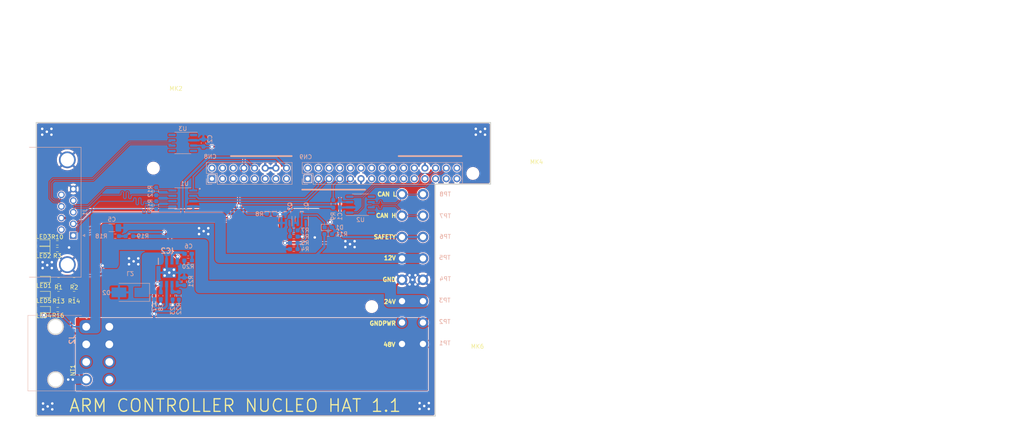
<source format=kicad_pcb>
(kicad_pcb (version 20211014) (generator pcbnew)
  (title_block (date "15 nov 2012"))
  (layers (0 "F.Cu" signal) (31 "B.Cu" signal) (34 "B.Paste" user) (35 "F.Paste" user) (36 "B.SilkS" user "B.Silkscreen") (37 "F.SilkS" user "F.Silkscreen") (38 "B.Mask" user) (39 "F.Mask" user) (44 "Edge.Cuts" user))
  (net 0 "")
  (net 1 "GND")
  (net 2 "+5V")
  (net 3 "/SAFETY")
  (net 4 "Net-(LED1-Pad1)")
  (net 5 "Net-(R1-Pad1)")
  (net 6 "Net-(LED4-Pad1)")
  (net 7 "Net-(LED5-Pad1)")
  (net 8 "GNDPWR")
  (net 9 "+48V")
  (net 10 "+12V")
  (net 11 "Net-(D1-Pad1)")
  (net 13 "Net-(LED2-Pad1)")
  (net 14 "/SEC_OUT")
  (net 15 "Net-(R13-Pad1)")
  (net 47 "+3V3")
  (net 48 "/RX")
  (net 49 "/TX")
  (net 50 "/RX-")
  (net 51 "/RX+")
  (net 52 "/TX+")
  (net 53 "/TX-")
  (net 56 "+24V")
  (net 57 "Net-(C6-Pad1)")
  (net 58 "Net-(C6-Pad2)")
  (net 59 "Net-(C7-Pad1)")
  (net 60 "Net-(C7-Pad2)")
  (net 61 "Net-(IC2-Pad4)")
  (net 62 "Net-(IC2-Pad5)")
  (net 63 "Net-(IC2-Pad6)")
  (net 64 "Net-(LED3-Pad1)")
  (net 65 "Net-(Q1-Pad1)")
  (net 66 "Net-(Q2-Pad1)")
  (net 67 "/SEC_IN")
  (net 68 "Net-(Q2-Pad3)")
  (net 69 "/CAN_TX")
  (net 70 "/CAN_RX")
  (net 73 "/CANP")
  (net 74 "/CANN")
  (net 75 "/CAN2_TX")
  (net 76 "/CAN2_RX")
  (net 78 "/CAN2N")
  (net 79 "/CAN2P")
  (footprint "footprints:R_0603_1608Metric_Pad0.98x0.95mm_HandSolder" (layer "F.Cu") (at 125.6 145.3)
    (fp_text reference "R3")
    (fp_text value "1,5k")
  )
  (footprint "footprints:R_0805_2012Metric_Pad1.20x1.40mm_HandSolder" (layer "F.Cu") (at 125.9 152.7 180)
    (fp_text reference "R1")
    (fp_text value "4.7k 5% 0,5W")
  )
  (footprint "footprints:R_0805_2012Metric_Pad1.20x1.40mm_HandSolder" (layer "F.Cu") (at 125.9 156 180)
    (fp_text reference "R13")
    (fp_text value "4.7k 5% 0,5W")
  )
  (footprint "footprints:R_0805_2012Metric_Pad1.20x1.40mm_HandSolder" (layer "F.Cu") (at 129.6 152.7 180)
    (fp_text reference "R2")
    (fp_text value "4.7k 5% 0,5W")
  )
  (footprint "footprints:D_0603_1608Metric_Pad1.05x0.95mm_HandSolder" (layer "F.Cu") (at 122.2 145.3 180)
    (fp_text reference "LED2")
    (fp_text value "RED")
  )
  (footprint "footprints:R_0603_1608Metric_Pad0.98x0.95mm_HandSolder" (layer "F.Cu") (at 125.7 159.6)
    (fp_text reference "R16")
    (fp_text value "80R")
  )
  (footprint "footprints:MountingHole_2.7mm_M2.5" (layer "F.Cu") (at 224.71 127.14)
    (fp_text reference "MK4")
    (fp_text value "M2.5")
  )
  (footprint "footprints:R_0805_2012Metric_Pad1.20x1.40mm_HandSolder" (layer "F.Cu") (at 129.6 156 180)
    (fp_text reference "R14")
    (fp_text value "4.7k 5% 0,5W")
  )
  (footprint "footprints:D_0603_1608Metric_Pad1.05x0.95mm_HandSolder" (layer "F.Cu") (at 122.3 156 180)
    (fp_text reference "LED5")
    (fp_text value "GREEN")
  )
  (footprint "footprints:D_0603_1608Metric_Pad1.05x0.95mm_HandSolder" (layer "F.Cu") (at 122.2 143.7 180)
    (fp_text reference "LED3")
    (fp_text value "GREEN")
  )
  (footprint "footprints:D_0603_1608Metric_Pad1.05x0.95mm_HandSolder" (layer "F.Cu") (at 122.3 152.4 180)
    (fp_text reference "LED1")
    (fp_text value "GREEN")
  )
  (footprint "footprints:MountingHole_2.7mm_M2.5" (layer "F.Cu") (at 148.51 125.87)
    (fp_text reference "MK2")
    (fp_text value "M2.5")
  )
  (footprint "footprints:NetTie-2_SMD_Pad0.5mm" (layer "F.Cu") (at 130.5 174.1 90)
    (fp_text reference "NT1")
    (fp_text value "NetTie_2")
  )
  (footprint "footprints:R_0603_1608Metric_Pad0.98x0.95mm_HandSolder" (layer "F.Cu") (at 125.6 143.7)
    (fp_text reference "R10")
    (fp_text value "1,1k")
  )
  (footprint "footprints:D_0603_1608Metric_Pad1.05x0.95mm_HandSolder" (layer "F.Cu") (at 122.3 159.6 180)
    (fp_text reference "LED4")
    (fp_text value "GREEN")
  )
  (footprint "footprints:MountingHole_2.7mm_M2.5" (layer "F.Cu") (at 200.58 158.89)
    (fp_text reference "MK6")
    (fp_text value "M2.5")
  )
  (footprint "ARM_NUCLEO_HAT:61-1537-11-0031" (layer "B.Cu") (at 210.3 162.7)
    (fp_text reference "TP2")
    (fp_text value "1-726388-2")
  )
  (footprint "footprints:SO-8_3.9x4.9mm_P1.27mm" (layer "B.Cu") (at 197.9 134.6)
    (fp_text reference "U2")
    (fp_text value "TCAN332G")
  )
  (footprint "footprints:R_0603_1608Metric_Pad0.98x0.95mm_HandSolder" (layer "B.Cu") (at 190.2 141.6)
    (fp_text reference "R11")
    (fp_text value "1k")
  )
  (footprint "ARM_NUCLEO_HAT:SOIC127P599X175-8N" (layer "B.Cu") (at 155.545 133.1 180)
    (fp_text reference "U1")
    (fp_text value "SN75LBC179AD")
  )
  (footprint "ARM_NUCLEO_HAT:61-1537-11-0031" (layer "B.Cu") (at 210.3 167.8)
    (fp_text reference "TP1")
    (fp_text value "1-726388-2")
  )
  (footprint "footprints:R_0603_1608Metric_Pad0.98x0.95mm_HandSolder" (layer "B.Cu") (at 191.4 134.4 90)
    (fp_text reference "R9")
    (fp_text value "100")
  )
  (footprint "footprints:C_0603_1608Metric_Pad1.08x0.95mm_HandSolder" (layer "B.Cu") (at 156.8 146.3)
    (fp_text reference "C6")
    (fp_text value "6800pF")
  )
  (footprint "footprints:C_0603_1608Metric_Pad1.08x0.95mm_HandSolder" (layer "B.Cu") (at 193 134.4 -90)
    (fp_text reference "C1")
    (fp_text value "100 nF")
  )
  (footprint "ARM_NUCLEO_HAT:61-1537-11-0031" (layer "B.Cu") (at 210.3 157.6)
    (fp_text reference "TP3")
    (fp_text value "1-726388-2")
  )
  (footprint "footprints:R_0603_1608Metric_Pad0.98x0.95mm_HandSolder" (layer "B.Cu") (at 182 143.7)
    (fp_text reference "R5")
    (fp_text value "1k")
  )
  (footprint "footprints:SOT-23" (layer "B.Cu") (at 180 138 90)
    (fp_text reference "Q2")
    (fp_text value "BSS138")
  )
  (footprint "footprints:C_0603_1608Metric_Pad1.08x0.95mm_HandSolder" (layer "B.Cu") (at 150.271 156.3 -90)
    (fp_text reference "C8")
    (fp_text value "10uF 25V")
  )
  (footprint "footprints:C_1206_3216Metric_Pad1.33x1.80mm_HandSolder" (layer "B.Cu") (at 138.6 140.1)
    (fp_text reference "C5")
    (fp_text value "100uF 6,3V")
  )
  (footprint "footprints:R_0603_1608Metric_Pad0.98x0.95mm_HandSolder" (layer "B.Cu") (at 182 142.2)
    (fp_text reference "R6")
    (fp_text value "10k")
  )
  (footprint "ARM_NUCLEO_HAT:61-1537-11-0031" (layer "B.Cu") (at 210.3 152.5)
    (fp_text reference "TP4")
    (fp_text value "1-726388-2")
  )
  (footprint "footprints:C_0603_1608Metric_Pad1.08x0.95mm_HandSolder" (layer "B.Cu") (at 148.7 156.3 -90)
    (fp_text reference "C7")
    (fp_text value "0,1uF")
  )
  (footprint "footprints:R_0603_1608Metric_Pad0.98x0.95mm_HandSolder" (layer "B.Cu") (at 156.8 147.9)
    (fp_text reference "R20")
    (fp_text value "0,75k")
  )
  (footprint "footprints:SOT-23" (layer "B.Cu") (at 183.9 138 90)
    (fp_text reference "Q1")
    (fp_text value "BSS138")
  )
  (footprint "footprints:R_0603_1608Metric_Pad0.98x0.95mm_HandSolder" (layer "B.Cu") (at 155.871 152.9 90)
    (fp_text reference "R21")
    (fp_text value "47k")
  )
  (footprint "footprints:DSUB-9_Male_Horizontal_P2.77x2.84mm_EdgePinOffset7.70mm_Housed_MountingHolesOffset9.12mm" (layer "B.Cu") (at 129.41 141.93 90)
    (fp_text reference "J1")
    (fp_text value "DB9_Male_MountingHoles")
  )
  (footprint "footprints:R_0603_1608Metric_Pad0.98x0.95mm_HandSolder" (layer "B.Cu") (at 182 140.7 180)
    (fp_text reference "R7")
    (fp_text value "100")
  )
  (footprint "footprints:R_0603_1608Metric_Pad0.98x0.95mm_HandSolder" (layer "B.Cu") (at 142.8 142.1)
    (fp_text reference "R19")
    (fp_text value "??")
  )
  (footprint "footprints:R_0603_1608Metric_Pad0.98x0.95mm_HandSolder" (layer "B.Cu") (at 149.2 131.4 -90)
    (fp_text reference "R12")
    (fp_text value "120")
  )
  (footprint "ARM_NUCLEO_HAT:SOIC127P600X100-9N" (layer "B.Cu") (at 152.3 150.8 -90)
    (fp_text reference "IC2")
    (fp_text value "BD9G341AEFJ-E2" hide)
  )
  (footprint "ARM_NUCLEO_HAT:61-1537-11-0031" (layer "B.Cu") (at 210.3 142.3)
    (fp_text reference "TP6")
    (fp_text value "1-726388-2")
  )
  (footprint "footprints:R_0603_1608Metric_Pad0.98x0.95mm_HandSolder" (layer "B.Cu") (at 153.1 156.3 -90)
    (fp_text reference "R23")
    (fp_text value "??")
  )
  (footprint "footprints:R_0603_1608Metric_Pad0.98x0.95mm_HandSolder" (layer "B.Cu") (at 154.6 156.3 90)
    (fp_text reference "R22")
    (fp_text value "??")
  )
  (footprint "footprints:R_0603_1608Metric_Pad0.98x0.95mm_HandSolder" (layer "B.Cu") (at 149.2 134.7 -90)
    (fp_text reference "R15")
    (fp_text value "120")
  )
  (footprint "footprints:C_0603_1608Metric_Pad1.08x0.95mm_HandSolder" (layer "B.Cu") (at 160.44 119.88 90)
    (fp_text reference "C2")
    (fp_text value "100 nF")
  )
  (footprint "footprints:SO-8_3.9x4.9mm_P1.27mm" (layer "B.Cu") (at 155.53 119.87 180)
    (fp_text reference "U3")
    (fp_text value "TCAN332G")
  )
  (footprint "footprints:D_SMB_Handsoldering" (layer "B.Cu") (at 143 155.5 180)
    (fp_text reference "D2")
    (fp_text value "SMBJ16A-TR")
  )
  (footprint "ARM_NUCLEO_HAT:39301080" (layer "B.Cu") (at 128.99 170 90)
    (fp_text reference "J2")
    (fp_text value "39-30-1080" hide)
  )
  (footprint "ARM_NUCLEO_HAT:61-1537-11-0031" (layer "B.Cu") (at 210.3 137.2)
    (fp_text reference "TP7")
    (fp_text value "1-726388-2")
  )
  (footprint "footprints:R_0603_1608Metric_Pad0.98x0.95mm_HandSolder" (layer "B.Cu") (at 139.4 142.1)
    (fp_text reference "R18")
    (fp_text value "??")
  )
  (footprint "footprints:PinSocket_2x08_P2.54mm_Vertical" (layer "B.Cu") (at 162.48 128.4 -90)
    (fp_text reference "CN8")
    (fp_text value "Conn_02x08")
  )
  (footprint "footprints:R_0603_1608Metric_Pad0.98x0.95mm_HandSolder" (layer "B.Cu") (at 176.5 136.8)
    (fp_text reference "R8")
    (fp_text value "10k")
  )
  (footprint "ARM_NUCLEO_HAT:MPEV1D1040L330" (layer "B.Cu") (at 142.9 148.1)
    (fp_text reference "L2")
    (fp_text value "33uH, 3A")
  )
  (footprint "ARM_NUCLEO_HAT:61-1537-11-0031" (layer "B.Cu") (at 210.3 132.1)
    (fp_text reference "TP8")
    (fp_text value "1-726388-2")
  )
  (footprint "footprints:D_0603_1608Metric_Pad1.05x0.95mm_HandSolder" (layer "B.Cu") (at 190.2 140)
    (fp_text reference "D1")
    (fp_text value "BAT30K")
  )
  (footprint "footprints:R_0603_1608Metric_Pad0.98x0.95mm_HandSolder" (layer "B.Cu") (at 182 145.2 180)
    (fp_text reference "R4")
    (fp_text value "10k")
  )
  (footprint "ARM_NUCLEO_HAT:61-1537-11-0031" (layer "B.Cu") (at 210.3 147.4)
    (fp_text reference "TP5")
    (fp_text value "1-726388-2")
  )
  (footprint "footprints:PinSocket_2x15_P2.54mm_Vertical" (layer "B.Cu") (at 185.33 128.4 -90)
    (fp_text reference "CN9")
    (fp_text value "Conn_02x15")
  )
  (gr_line (start 222 123) (end 207 123) (layer "B.SilkS") (width 0.4))
  (gr_line (start 181.5 123) (end 167 123) (layer "B.SilkS") (width 0.4))
  (gr_line (start 199 131) (end 184 131) (layer "B.SilkS") (width 0.4))
  (gr_line (start 120.58 115) (end 120.58 185) (layer "Edge.Cuts") (width 0.25))
  (gr_circle (center 125.18 176.3) (end 126.98 176.3) (layer "Edge.Cuts") (width 0.25) (fill none))
  (gr_line (start 215.73 185) (end 215.73 129.68) (layer "Edge.Cuts") (width 0.25))
  (gr_circle (center 125.18 163.7) (end 126.98 163.7) (layer "Edge.Cuts") (width 0.25) (fill none))
  (gr_line (start 228.92 115) (end 228.92 129.68) (layer "Edge.Cuts") (width 0.25))
  (gr_line (start 228.92 129.68) (end 215.73 129.68) (layer "Edge.Cuts") (width 0.25))
  (gr_line (start 228.92 115) (end 120.58 115) (layer "Edge.Cuts") (width 0.25))
  (gr_line (start 215.73 185) (end 120.58 185) (layer "Edge.Cuts") (width 0.25))
  (gr_text "GND" (at 204.74 152.46) (layer "F.SilkS") (effects (font (size 1 1) (thickness 0.25))))
  (gr_text "12V" (at 204.9 147.3) (layer "F.SilkS") (effects (font (size 1 1) (thickness 0.25))))
  (gr_text "CAN L" (at 204.2 132.1) (layer "F.SilkS") (effects (font (size 1 1) (thickness 0.25))))
  (gr_text "GNDPWR" (at 203.2 162.89) (layer "F.SilkS") (effects (font (size 1 1) (thickness 0.25))))
  (gr_text "ARM CONTROLLER NUCLEO HAT 1.1" (at 168 182.5) (layer "F.SilkS") (effects (font (size 3 3) (thickness 0.3))))
  (gr_text "SAFETY" (at 203.7 142.3) (layer "F.SilkS") (effects (font (size 1 1) (thickness 0.25))))
  (gr_text "48V" (at 204.8 167.95) (layer "F.SilkS") (effects (font (size 1 1) (thickness 0.25))))
  (gr_text "CAN H" (at 204 137.2) (layer "F.SilkS") (effects (font (size 1 1) (thickness 0.25))))
  (gr_text "24V" (at 204.9 157.73) (layer "F.SilkS") (effects (font (size 1 1) (thickness 0.25))))
  (segment (start 130.5 174.6) (end 130.796 174.6) (width 0.6) (layer "F.Cu") (net 1))
  (segment (start 130.796 174.6) (end 132.496 176.3) (width 0.6) (layer "F.Cu") (net 1))
  (via (at 211 151.4) (size 0.9) (drill 0.6) (layers "F.Cu" "B.Cu") (net 1))
  (via (at 159.4 140.2) (size 0.9) (drill 0.6) (layers "F.Cu" "B.Cu") (net 1))
  (via (at 160.5 140.9) (size 0.9) (drill 0.6) (layers "F.Cu" "B.Cu") (net 1))
  (via (at 122.2 183.4) (size 0.9) (drill 0.6) (layers "F.Cu" "B.Cu") (net 1))
  (via (at 161.6 141.6) (size 0.9) (drill 0.6) (layers "F.Cu" "B.Cu") (net 1))
  (via (at 142.7 147.4) (size 0.9) (drill 0.6) (layers "F.Cu" "B.Cu") (net 1))
  (via (at 123.2 149) (size 0.9) (drill 0.6) (layers "F.Cu" "B.Cu") (net 1))
  (via (at 194.3 143.3) (size 0.9) (drill 0.6) (layers "F.Cu" "B.Cu") (net 1))
  (via (at 122 117.9) (size 0.9) (drill 0.6) (layers "F.Cu" "B.Cu") (net 1))
  (via (at 129.3 176.3) (size 0.9) (drill 0.6) (layers "F.Cu" "B.Cu") (net 1))
  (via (at 159.4 141.6) (size 0.9) (drill 0.6) (layers "F.Cu" "B.Cu") (net 1))
  (via (at 123.3 182.7) (size 0.9) (drill 0.6) (layers "F.Cu" "B.Cu") (net 1))
  (via (at 153.1 158.5) (size 0.9) (drill 0.6) (layers "F.Cu" "B.Cu") (net 1))
  (via (at 128.4 144.8) (size 0.9) (drill 0.6) (layers "F.Cu" "B.Cu") (net 1))
  (via (at 144.9 148.8) (size 0.9) (drill 0.6) (layers "F.Cu" "B.Cu") (net 1))
  (via (at 161.6 140.2) (size 0.9) (drill 0.6) (layers "F.Cu" "B.Cu") (net 1))
  (via (at 214.2 181.9) (size 0.9) (drill 0.6) (layers "F.Cu" "B.Cu") (net 1))
  (via (at 214.2 183.3) (size 0.9) (drill 0.6) (layers "F.Cu" "B.Cu") (net 1))
  (via (at 144.9 147.4) (size 0.9) (drill 0.6) (layers "F.Cu" "B.Cu") (net 1))
  (via (at 225.4 116.5) (size 0.9) (drill 0.6) (layers "F.Cu" "B.Cu") (net 1))
  (via (at 143.8 148.1) (size 0.9) (drill 0.6) (layers "F.Cu" "B.Cu") (net 1))
  (via (at 209.6 153.6) (size 0.9) (drill 0.6) (layers "F.Cu" "B.Cu") (net 1))
  (via (at 196.5 143.3) (size 0.9) (drill 0.6) (layers "F.Cu" "B.Cu") (net 1))
  (via (at 210.3 152.5) (size 0.9) (drill 0.6) (layers "F.Cu" "B.Cu") (net 1))
  (via (at 184.0005 142.199312) (size 0.9) (drill 0.6) (layers "F.Cu" "B.Cu") (net 1))
  (via (at 124.3 148.3) (size 0.9) (drill 0.6) (layers "F.Cu" "B.Cu") (net 1))
  (via (at 122.1 148.3) (size 0.9) (drill 0.6) (layers "F.Cu" "B.Cu") (net 1))
  (via (at 124.2 117.9) (size 0.9) (drill 0.6) (layers "F.Cu" "B.Cu") (net 1))
  (via (at 227.6 116.5) (size 0.9) (drill 0.6) (layers "F.Cu" "B.Cu") (net 1))
  (via (at 227.6 117.9) (size 0.9) (drill 0.6) (layers "F.Cu" "B.Cu") (net 1))
  (via (at 153.4 150.1) (size 0.9) (drill 0.6) (layers "F.Cu" "B.Cu") (net 1))
  (via (at 151.2 150.1) (size 0.9) (drill 0.6) (layers "F.Cu" "B.Cu") (net 1))
  (via (at 151.2 151.5) (size 0.9) (drill 0.6) (layers "F.Cu" "B.Cu") (net 1))
  (via (at 122.2 182) (size 0.9) (drill 0.6) (layers "F.Cu" "B.Cu") (net 1))
  (via (at 123.1 117.2) (size 0.9) (drill 0.6) (layers "F.Cu" "B.Cu") (net 1))
  (via (at 209.6 151.4) (size 0.9) (drill 0.6) (layers "F.Cu" "B.Cu") (net 1))
  (via (at 150.2 158.25098) (size 0.9) (drill 0.6) (layers "F.Cu" "B.Cu") (net 1))
  (via (at 211 153.6) (size 0.9) (drill 0.6) (layers "F.Cu" "B.Cu") (net 1))
  (via (at 195.4 144) (size 0.9) (drill 0.6) (layers "F.Cu" "B.Cu") (net 1))
  (via (at 124.4 183.4) (size 0.9) (drill 0.6) (layers "F.Cu" "B.Cu") (net 1))
  (via (at 142.7 148.8) (size 0.9) (drill 0.6) (layers "F.Cu" "B.Cu") (net 1))
  (via (at 128.2 176.3) (size 0.9) (drill 0.6) (layers "F.Cu" "B.Cu") (net 1))
  (via (at 124.4 182) (size 0.9) (drill 0.6) (layers "F.Cu" "B.Cu") (net 1))
  (via (at 212 183.3) (size 0.9) (drill 0.6) (layers "F.Cu" "B.Cu") (net 1))
  (via (at 122.1 149.7) (size 0.9) (drill 0.6) (layers "F.Cu" "B.Cu") (net 1))
  (via (at 152.3 150.8) (size 0.9) (drill 0.6) (layers "F.Cu" "B.Cu") (net 1))
  (via (at 124.2 116.5) (size 0.9) (drill 0.6) (layers "F.Cu" "B.Cu") (net 1))
  (via (at 225.4 117.9) (size 0.9) (drill 0.6) (layers "F.Cu" "B.Cu") (net 1))
  (via (at 124.3 149.7) (size 0.9) (drill 0.6) (layers "F.Cu" "B.Cu") (net 1))
  (via (at 213.1 182.6) (size 0.9) (drill 0.6) (layers "F.Cu" "B.Cu") (net 1))
  (via (at 122 116.5) (size 0.9) (drill 0.6) (layers "F.Cu" "B.Cu") (net 1))
  (via (at 187 142.4) (size 0.9) (drill 0.6) (layers "F.Cu" "B.Cu") (net 1))
  (via (at 196.5 144.7) (size 0.9) (drill 0.6) (layers "F.Cu" "B.Cu") (net 1))
  (via (at 212 181.9) (size 0.9) (drill 0.6) (layers "F.Cu" "B.Cu") (net 1))
  (via (at 226.5 117.2) (size 0.9) (drill 0.6) (layers "F.Cu" "B.Cu") (net 1))
  (via (at 153.4 151.5) (size 0.9) (drill 0.6) (layers "F.Cu" "B.Cu") (net 1))
  (via (at 194.3 144.7) (size 0.9) (drill 0.6) (layers "F.Cu" "B.Cu") (net 1))
  (segment (start 150.271 157.1625) (end 150.271 158.17998) (width 0.6) (layer "B.Cu") (net 1))
  (segment (start 132.496 176.3) (end 129.3 176.3) (width 2) (layer "B.Cu") (net 1))
  (segment (start 153.1 157.2125) (end 153.1 158.5) (width 0.6) (layer "B.Cu") (net 1))
  (segment (start 151.665 148.088) (end 151.665 150.165) (width 0.6) (layer "B.Cu") (net 1))
  (segment (start 129.3 176.3) (end 128.2 176.3) (width 2) (layer "B.Cu") (net 1))
  (segment (start 150.271 158.17998) (end 150.2 158.25098) (width 0.6) (layer "B.Cu") (net 1))
  (segment (start 172.64 125.87) (end 170.87 124.1) (width 0.4) (layer "B.Cu") (net 2))
  (segment (start 161.822934 124.1) (end 158.015 127.907934) (width 0.4) (layer "B.Cu") (net 2))
  (segment (start 158.015 127.907934) (end 158.015 131.195) (width 0.4) (layer "B.Cu") (net 2))
  (segment (start 170.87 124.1) (end 161.822934 124.1) (width 0.4) (layer "B.Cu") (net 2))
  (segment (start 126.57 137.775) (end 131.485 137.775) (width 0.6) (layer "F.Cu") (net 3))
  (segment (start 131.485 137.775) (end 133.36 135.9) (width 0.6) (layer "F.Cu") (net 3))
  (segment (start 187.8 135.9) (end 190.65 138.75) (width 0.6) (layer "F.Cu") (net 3))
  (segment (start 133.36 135.9) (end 187.8 135.9) (width 0.6) (layer "F.Cu") (net 3))
  (via (at 190.65 138.75) (size 0.9) (drill 0.6) (layers "F.Cu" "B.Cu") (net 3))
  (segment (start 190.65 139.575) (end 191.075 140) (width 0.6) (layer "B.Cu") (net 3))
  (segment (start 191.975 140.9) (end 191.8125 140.9) (width 0.6) (layer "B.Cu") (net 3))
  (segment (start 190.65 138.75) (end 190.65 139.575) (width 0.6) (layer "B.Cu") (net 3))
  (segment (start 212.8 142.3) (end 207.8 142.3) (width 0.6) (layer "B.Cu") (net 3))
  (segment (start 191.8125 140.9) (end 191.1125 141.6) (width 0.6) (layer "B.Cu") (net 3))
  (segment (start 207.8 142.3) (end 193.8 142.3) (width 0.6) (layer "B.Cu") (net 3))
  (segment (start 191.975 140.9) (end 191.075 140) (width 0.6) (layer "B.Cu") (net 3))
  (segment (start 192.4 140.9) (end 191.975 140.9) (width 0.6) (layer "B.Cu") (net 3))
  (segment (start 193.8 142.3) (end 192.4 140.9) (width 0.6) (layer "B.Cu") (net 3))
  (segment (start 123.475 152.7) (end 123.175 152.4) (width 0.4) (layer "F.Cu") (net 4))
  (segment (start 124.9 152.7) (end 123.475 152.7) (width 0.4) (layer "F.Cu") (net 4))
  (segment (start 128.6 152.7) (end 126.9 152.7) (width 0.4) (layer "F.Cu") (net 5))
  (segment (start 124.7875 159.6) (end 123.175 159.6) (width 0.4) (layer "F.Cu") (net 6))
  (segment (start 124.9 156) (end 123.175 156) (width 0.4) (layer "F.Cu") (net 7))
  (segment (start 130.996 173.6) (end 132.496 172.1) (width 0.6) (layer "F.Cu") (net 8))
  (segment (start 130.5 173.6) (end 130.996 173.6) (width 0.6) (layer "F.Cu") (net 8))
  (segment (start 130.6 153.4) (end 130.6 162) (width 0.4) (layer "F.Cu") (net 8))
  (segment (start 148.7 154.3) (end 148.7 160.6) (width 0.6) (layer "F.Cu") (net 9))
  (segment (start 121.425 156.625) (end 121.425 156) (width 0.4) (layer "F.Cu") (net 9))
  (segment (start 149.5 153.5) (end 148.7 154.3) (width 0.6) (layer "F.Cu") (net 9))
  (segment (start 122.7 157.9) (end 121.425 156.625) (width 0.4) (layer "F.Cu") (net 9))
  (segment (start 132.496 167.9) (end 129 164.404) (width 0.4) (layer "F.Cu") (net 9))
  (segment (start 127.7 157.9) (end 122.7 157.9) (width 0.4) (layer "F.Cu") (net 9))
  (segment (start 129 164.404) (end 129 159.2) (width 0.4) (layer "F.Cu") (net 9))
  (segment (start 129 159.2) (end 127.7 157.9) (width 0.4) (layer "F.Cu") (net 9))
  (via (at 148.7 160.6) (size 0.9) (drill 0.6) (layers "F.Cu" "B.Cu") (net 9))
  (via (at 149.5 153.5) (size 0.9) (drill 0.6) (layers "F.Cu" "B.Cu") (net 9))
  (segment (start 150.271 153.636) (end 150.395 153.512) (width 0.6) (layer "B.Cu") (net 9))
  (segment (start 150.271 155.4375) (end 150.271 153.636) (width 0.6) (layer "B.Cu") (net 9))
  (segment (start 148.7 160.6) (end 149.3 160) (width 0.6) (layer "B.Cu") (net 9))
  (segment (start 148.7 160.6) (end 148.7 162) (width 0.6) (layer "B.Cu") (net 9))
  (segment (start 149.3 160) (end 153.3 160) (width 0.6) (layer "B.Cu") (net 9))
  (segment (start 154.6 158.7) (end 154.6 157.2125) (width 0.6) (layer "B.Cu") (net 9))
  (segment (start 149.512 153.512) (end 150.395 153.512) (width 0.6) (layer "B.Cu") (net 9))
  (segment (start 153.3 160) (end 154.6 158.7) (width 0.6) (layer "B.Cu") (net 9))
  (segment (start 149.5 153.5) (end 149.512 153.512) (width 0.6) (layer "B.Cu") (net 9))
  (segment (start 121.425 159.825) (end 121.425 159.6) (width 0.4) (layer "F.Cu") (net 10))
  (segment (start 122.4 160.8) (end 121.425 159.825) (width 0.4) (layer "F.Cu") (net 10))
  (segment (start 122.4 160.9) (end 122.4 160.8) (width 0.4) (layer "F.Cu") (net 10))
  (via (at 122.4 160.9) (size 0.9) (drill 0.6) (layers "F.Cu" "B.Cu") (net 10))
  (segment (start 155.5 136.9) (end 155.5 129.433664) (width 0.6) (layer "B.Cu") (net 10))
  (segment (start 132.496 163.7) (end 132.5 163.696) (width 0.4) (layer "B.Cu") (net 10))
  (segment (start 189.2875 144.7125) (end 186.8 147.2) (width 0.6) (layer "B.Cu") (net 10))
  (segment (start 129.4 163.7) (end 132.496 163.7) (width 0.4) (layer "B.Cu") (net 10))
  (segment (start 189.2875 141.6) (end 189.2875 144.7125) (width 0.6) (layer "B.Cu") (net 10))
  (segment (start 177.79048 123.40048) (end 180.26 125.87) (width 0.6) (layer "B.Cu") (net 10))
  (segment (start 161.533184 123.40048) (end 177.79048 123.40048) (width 0.6) (layer "B.Cu") (net 10))
  (segment (start 126.6 160.9) (end 129.4 163.7) (width 0.4) (layer "B.Cu") (net 10))
  (segment (start 155.5 129.433664) (end 161.533184 123.40048) (width 0.6) (layer "B.Cu") (net 10))
  (segment (start 122.4 160.9) (end 126.6 160.9) (width 0.4) (layer "B.Cu") (net 10))
  (segment (start 189.325 140) (end 189.325 138.825) (width 0.4) (layer "B.Cu") (net 11))
  (segment (start 189.325 138.825) (end 187.5625 137.0625) (width 0.4) (layer "B.Cu") (net 11))
  (segment (start 183.9 139.7125) (end 182.9125 140.7) (width 0.4) (layer "B.Cu") (net 11))
  (segment (start 183.9 137.0625) (end 183.9 139.7125) (width 0.4) (layer "B.Cu") (net 11))
  (segment (start 187.5625 137.0625) (end 183.9 137.0625) (width 0.4) (layer "B.Cu") (net 11))
  (segment (start 123.275 145.3) (end 124.8875 145.3) (width 0.4) (layer "F.Cu") (net 13))
  (segment (start 179.9 143.7) (end 178.1 141.9) (width 0.2) (layer "F.Cu") (net 14))
  (segment (start 136.30096 138.59904) (end 128.82548 146.07452) (width 0.2) (layer "F.Cu") (net 14))
  (segment (start 193 141.9) (end 193 130.89) (width 0.4) (layer "F.Cu") (net 14))
  (segment (start 191.2 143.7) (end 193 141.9) (width 0.4) (layer "F.Cu") (net 14))
  (segment (start 178.1 139.4) (end 177.29904 138.59904) (width 0.2) (layer "F.Cu") (net 14))
  (segment (start 178.1 141.9) (end 178.1 139.4) (width 0.2) (layer "F.Cu") (net 14))
  (segment (start 193 130.89) (end 195.49 128.4) (width 0.4) (layer "F.Cu") (net 14))
  (segment (start 122.29952 146.07452) (end 121.525 145.3) (width 0.2) (layer "F.Cu") (net 14))
  (segment (start 179.9 143.7) (end 191.2 143.7) (width 0.4) (layer "F.Cu") (net 14))
  (segment (start 128.82548 146.07452) (end 122.29952 146.07452) (width 0.2) (layer "F.Cu") (net 14))
  (segment (start 177.29904 138.59904) (end 136.30096 138.59904) (width 0.2) (layer "F.Cu") (net 14))
  (via (at 179.9 143.7) (size 0.9) (drill 0.6) (layers "F.Cu" "B.Cu") (net 14))
  (segment (start 181.0875 143.7) (end 179.9 143.7) (width 0.4) (layer "B.Cu") (net 14))
  (segment (start 128.6 156) (end 126.9 156) (width 0.4) (layer "F.Cu") (net 15))
  (segment (start 168.850489 134.810489) (end 168.86 134.82) (width 0.4) (layer "F.Cu") (net 47))
  (segment (start 122.525 142.7) (end 121.525 143.7) (width 0.4) (layer "F.Cu") (net 47))
  (segment (start 127.7 143.2) (end 127.2 142.7) (width 0.4) (layer "F.Cu") (net 47))
  (segment (start 135.928567 137.7) (end 130.428567 143.2) (width 0.4) (layer "F.Cu") (net 47))
  (segment (start 168.35 120.75) (end 162.47 120.75) (width 0.4) (layer "F.Cu") (net 47))
  (segment (start 168.850489 127.109511) (end 168.850489 134.810489) (width 0.4) (layer "F.Cu") (net 47))
  (segment (start 166.56 137.45002) (end 166.31002 137.7) (width 0.4) (layer "F.Cu") (net 47))
  (segment (start 166.31002 137.7) (end 135.928567 137.7) (width 0.4) (layer "F.Cu") (net 47))
  (segment (start 170.1 125.86) (end 168.850489 127.109511) (width 0.4) (layer "F.Cu") (net 47))
  (segment (start 130.428567 143.2) (end 127.7 143.2) (width 0.4) (layer "F.Cu") (net 47))
  (segment (start 170.1 122.5) (end 168.35 120.75) (width 0.4) (layer "F.Cu") (net 47))
  (segment (start 170.1 125.86) (end 170.1 122.5) (width 0.4) (layer "F.Cu") (net 47))
  (segment (start 127.2 142.7) (end 122.525 142.7) (width 0.4) (layer "F.Cu") (net 47))
  (via (at 166.56 137.45002) (size 0.9) (drill 0.6) (layers "F.Cu" "B.Cu") (net 47))
  (via (at 168.86 134.82) (size 0.9) (drill 0.6) (layers "F.Cu" "B.Cu") (net 47))
  (via (at 162.47 120.75) (size 0.9) (drill 0.6) (layers "F.Cu" "B.Cu") (net 47))
  (segment (start 170.84 136.8) (end 175.5875 136.8) (width 0.4) (layer "B.Cu") (net 47))
  (segment (start 168.86 134.82) (end 169.30548 134.37452) (width 0.4) (layer "B.Cu") (net 47))
  (segment (start 166.56 137.12) (end 166.56 137.45002) (width 0.4) (layer "B.Cu") (net 47))
  (segment (start 192.16298 134.37452) (end 193 133.5375) (width 0.4) (layer "B.Cu") (net 47))
  (segment (start 193.1375 133.5375) (end 193.565 133.965) (width 0.4) (layer "B.Cu") (net 47))
  (segment (start 168.86 134.82) (end 166.56 137.12) (width 0.4) (layer "B.Cu") (net 47))
  (segment (start 160.4475 120.75) (end 160.44 120.7425) (width 0.4) (layer "B.Cu") (net 47))
  (segment (start 160.44 120.7425) (end 160.2025 120.505) (width 0.4) (layer "B.Cu") (net 47))
  (segment (start 162.47 120.75) (end 160.4475 120.75) (width 0.4) (layer "B.Cu") (net 47))
  (segment (start 169.30548 134.37452) (end 192.16298 134.37452) (width 0.4) (layer "B.Cu") (net 47))
  (segment (start 160.2025 120.505) (end 158.105 120.505) (width 0.4) (layer "B.Cu") (net 47))
  (segment (start 193.565 133.965) (end 195.325 133.965) (width 0.4) (layer "B.Cu") (net 47))
  (segment (start 193 133.5375) (end 193.1375 133.5375) (width 0.4) (layer "B.Cu") (net 47))
  (segment (start 168.86 134.82) (end 170.84 136.8) (width 0.4) (layer "B.Cu") (net 47))
  (segment (start 184.78667 133.17548) (end 159.357511 133.17548) (width 0.4) (layer "B.Cu") (net 48))
  (segment (start 158.647031 132.465) (end 158.015 132.465) (width 0.4) (layer "B.Cu") (net 48))
  (segment (start 187.87 128.4) (end 187.87 130.09215) (width 0.4) (layer "B.Cu") (net 48))
  (segment (start 187.87 130.09215) (end 184.78667 133.17548) (width 0.4) (layer "B.Cu") (net 48))
  (segment (start 159.357511 133.17548) (end 158.647031 132.465) (width 0.4) (layer "B.Cu") (net 48))
  (segment (start 158.055 133.775) (end 158.015 133.735) (width 0.4) (layer "B.Cu") (net 49))
  (segment (start 190.41 128.4) (end 185.035 133.775) (width 0.4) (layer "B.Cu") (net 49))
  (segment (start 185.035 133.775) (end 158.055 133.775) (width 0.4) (layer "B.Cu") (net 49))
  (segment (start 141.4125 132.3125) (end 141.4125 131.758654) (width 0.2) (layer "B.Cu") (net 50))
  (segment (start 152.9225 132.3125) (end 153.075 132.465) (width 0.2) (layer "B.Cu") (net 50))
  (segment (start 137.669372 132.3125) (end 136.034306 132.3125) (width 0.2) (layer "B.Cu") (net 50))
  (segment (start 149.2 132.3125) (end 143.5125 132.3125) (width 0.2) (layer "B.Cu") (net 50))
  (segment (start 149.2 132.3125) (end 152.9225 132.3125) (width 0.2) (layer "B.Cu") (net 50))
  (segment (start 140.5125 132.3125) (end 137.669372 132.3125) (width 0.2) (layer "B.Cu") (net 50))
  (segment (start 142.6125 132.6125) (end 142.6125 131.758654) (width 0.2) (layer "B.Cu") (net 50))
  (segment (start 136.034306 132.3125) (end 133.121806 135.225) (width 0.2) (layer "B.Cu") (net 50))
  (segment (start 142.0125 131.758654) (end 142.0125 132.3125) (width 0.2) (layer "B.Cu") (net 50))
  (segment (start 142.0125 132.3125) (end 142.0125 132.866346) (width 0.2) (layer "B.Cu") (net 50))
  (segment (start 133.121806 135.225) (end 129.875 135.225) (width 0.2) (layer "B.Cu") (net 50))
  (segment (start 129.41 135.69) (end 129.41 136.39) (width 0.2) (layer "B.Cu") (net 50))
  (segment (start 141.4125 132.866346) (end 141.4125 132.3125) (width 0.2) (layer "B.Cu") (net 50))
  (segment (start 143.2125 132.6125) (end 143.2125 132.866346) (width 0.2) (layer "B.Cu") (net 50))
  (segment (start 129.875 135.225) (end 129.41 135.69) (width 0.2) (layer "B.Cu") (net 50))
  (segment (start 140.8125 131.758654) (end 140.8125 132.0125) (width 0.2) (layer "B.Cu") (net 50))
  (segment (start 142.6125 132.866346) (end 142.6125 132.6125) (width 0.2) (layer "B.Cu") (net 50))
  (arc (start 143.2125 132.866346) (mid 143.124632 133.078478) (end 142.9125 133.166346) (width 0.2) (layer "B.Cu") (net 50))
  (arc (start 141.7125 133.166346) (mid 141.500368 133.078478) (end 141.4125 132.866346) (width 0.2) (layer "B.Cu") (net 50))
  (arc (start 142.0125 132.866346) (mid 141.924632 133.078478) (end 141.7125 133.166346) (width 0.2) (layer "B.Cu") (net 50))
  (arc (start 140.8125 132.0125) (mid 140.724632 132.224632) (end 140.5125 132.3125) (width 0.2) (layer "B.Cu") (net 50))
  (arc (start 142.3125 131.458654) (mid 142.100368 131.546522) (end 142.0125 131.758654) (width 0.2) (layer "B.Cu") (net 50))
  (arc (start 141.4125 131.758654) (mid 141.324632 131.546522) (end 141.1125 131.458654) (width 0.2) (layer "B.Cu") (net 50))
  (arc (start 142.6125 131.758654) (mid 142.524632 131.546522) (end 142.3125 131.458654) (width 0.2) (layer "B.Cu") (net 50))
  (arc (start 142.9125 133.166346) (mid 142.700368 133.078478) (end 142.6125 132.866346) (width 0.2) (layer "B.Cu") (net 50))
  (arc (start 143.5125 132.3125) (mid 143.300368 132.400368) (end 143.2125 132.6125) (width 0.2) (layer "B.Cu") (net 50))
  (arc (start 141.1125 131.458654) (mid 140.900368 131.546522) (end 140.8125 131.758654) (width 0.2) (layer "B.Cu") (net 50))
  (segment (start 137.2034 130.4875) (end 149.2 130.4875) (width 0.2) (layer "B.Cu") (net 51))
  (segment (start 129.41 134.31) (end 129.41 133.62) (width 0.2) (layer "B.Cu") (net 51))
  (segment (start 129.875 134.775) (end 129.41 134.31) (width 0.2) (layer "B.Cu") (net 51))
  (segment (start 149.7125 131) (end 149.2 130.4875) (width 0.2) (layer "B.Cu") (net 51))
  (segment (start 132.9159 134.775) (end 137.2034 130.4875) (width 0.2) (layer "B.Cu") (net 51))
  (segment (start 152.88 131) (end 149.7125 131) (width 0.2) (layer "B.Cu") (net 51))
  (segment (start 153.075 131.195) (end 152.88 131) (width 0.2) (layer "B.Cu") (net 51))
  (segment (start 130.225 134.775) (end 129.875 134.775) (width 0.2) (layer "B.Cu") (net 51))
  (segment (start 130.2 134.775) (end 132.9159 134.775) (width 0.2) (layer "B.Cu") (net 51))
  (segment (start 147.1875 136.182142) (end 147.1875 135.042858) (width 0.2) (layer "B.Cu") (net 52))
  (segment (start 146.5875 135.042858) (end 146.5875 136.182142) (width 0.2) (layer "B.Cu") (net 52))
  (segment (start 134.4875 135.6125) (end 130.5 139.6) (width 0.2) (layer "B.Cu") (net 52))
  (segment (start 145.6875 135.6125) (end 134.4875 135.6125) (width 0.2) (layer "B.Cu") (net 52))
  (segment (start 130.5 139.6) (end 130.5 140.84) (width 0.2) (layer "B.Cu") (net 52))
  (segment (start 153.075 135.005) (end 149.8075 135.005) (width 0.2) (layer "B.Cu") (net 52))
  (segment (start 149.8075 135.005) (end 149.2 135.6125) (width 0.2) (layer "B.Cu") (net 52))
  (segment (start 145.9875 136.182142) (end 145.9875 135.9125) (width 0.2) (layer "B.Cu") (net 52))
  (segment (start 147.7875 135.9125) (end 147.7875 136.182142) (width 0.2) (layer "B.Cu") (net 52))
  (segment (start 149.2 135.6125) (end 148.0875 135.6125) (width 0.2) (layer "B.Cu") (net 52))
  (segment (start 130.5 140.84) (end 129.41 141.93) (width 0.2) (layer "B.Cu") (net 52))
  (arc (start 147.4875 136.482142) (mid 147.275368 136.394274) (end 147.1875 136.182142) (width 0.2) (layer "B.Cu") (net 52))
  (arc (start 145.9875 135.9125) (mid 145.899632 135.700368) (end 145.6875 135.6125) (width 0.2) (layer "B.Cu") (net 52))
  (arc (start 147.7875 136.182142) (mid 147.699632 136.394274) (end 147.4875 136.482142) (width 0.2) (layer "B.Cu") (net 52))
  (arc (start 146.2875 136.482142) (mid 146.075368 136.394274) (end 145.9875 136.182142) (width 0.2) (layer "B.Cu") (net 52))
  (arc (start 147.1875 135.042858) (mid 147.099632 134.830726) (end 146.8875 134.742858) (width 0.2) (layer "B.Cu") (net 52))
  (arc (start 146.5875 136.182142) (mid 146.499632 136.394274) (end 146.2875 136.482142) (width 0.2) (layer "B.Cu") (net 52))
  (arc (start 146.8875 134.742858) (mid 146.675368 134.830726) (end 146.5875 135.042858) (width 0.2) (layer "B.Cu") (net 52))
  (arc (start 148.0875 135.6125) (mid 147.875368 135.700368) (end 147.7875 135.9125) (width 0.2) (layer "B.Cu") (net 52))
  (segment (start 130.24 139.16) (end 129.41 139.16) (width 0.2) (layer "B.Cu") (net 53))
  (segment (start 149.2525 133.735) (end 149.2 133.7875) (width 0.2) (layer "B.Cu") (net 53))
  (segment (start 144.3875 134.321533) (end 144.3875 133.253467) (width 0.2) (layer "B.Cu") (net 53))
  (segment (start 143.7875 133.253467) (end 143.7875 133.4875) (width 0.2) (layer "B.Cu") (net 53))
  (segment (start 149.2 133.7875) (end 146.4875 133.7875) (width 0.2) (layer "B.Cu") (net 53))
  (segment (start 143.4875 133.7875) (end 135.6125 133.7875) (width 0.2) (layer "B.Cu") (net 53))
  (segment (start 145.5875 134.321533) (end 145.5875 133.253467) (width 0.2) (layer "B.Cu") (net 53))
  (segment (start 146.1875 134.0875) (end 146.1875 134.321533) (width 0.2) (layer "B.Cu") (net 53))
  (segment (start 144.9875 133.253467) (end 144.9875 134.321533) (width 0.2) (layer "B.Cu") (net 53))
  (segment (start 153.075 133.735) (end 149.2525 133.735) (width 0.2) (layer "B.Cu") (net 53))
  (segment (start 135.6125 133.7875) (end 130.24 139.16) (width 0.2) (layer "B.Cu") (net 53))
  (arc (start 144.6875 134.621533) (mid 144.475368 134.533665) (end 144.3875 134.321533) (width 0.2) (layer "B.Cu") (net 53))
  (arc (start 146.1875 134.321533) (mid 146.099632 134.533665) (end 145.8875 134.621533) (width 0.2) (layer "B.Cu") (net 53))
  (arc (start 143.7875 133.4875) (mid 143.699632 133.699632) (end 143.4875 133.7875) (width 0.2) (layer "B.Cu") (net 53))
  (arc (start 145.8875 134.621533) (mid 145.675368 134.533665) (end 145.5875 134.321533) (width 0.2) (layer "B.Cu") (net 53))
  (arc (start 144.3875 133.253467) (mid 144.299632 133.041335) (end 144.0875 132.953467) (width 0.2) (layer "B.Cu") (net 53))
  (arc (start 146.4875 133.7875) (mid 146.275368 133.875368) (end 146.1875 134.0875) (width 0.2) (layer "B.Cu") (net 53))
  (arc (start 144.9875 134.321533) (mid 144.899632 134.533665) (end 144.6875 134.621533) (width 0.2) (layer "B.Cu") (net 53))
  (arc (start 144.0875 132.953467) (mid 143.875368 133.041335) (end 143.7875 133.253467) (width 0.2) (layer "B.Cu") (net 53))
  (arc (start 145.5875 133.253467) (mid 145.499632 133.041335) (end 145.2875 132.953467) (width 0.2) (layer "B.Cu") (net 53))
  (arc (start 145.2875 132.953467) (mid 145.075368 133.041335) (end 144.9875 133.253467) (width 0.2) (layer "B.Cu") (net 53))
  (segment (start 135.6 151.5) (end 122.325 151.5) (width 0.4) (layer "F.Cu") (net 56))
  (segment (start 136.4 149.1) (end 136.4 150.7) (width 0.4) (layer "F.Cu") (net 56))
  (segment (start 122.325 151.5) (end 121.425 152.4) (width 0.4) (layer "F.Cu") (net 56))
  (segment (start 136.4 150.7) (end 135.6 151.5) (width 0.4) (layer "F.Cu") (net 56))
  (via (at 136.4 149.1) (size 0.9) (drill 0.6) (layers "F.Cu" "B.Cu") (net 56))
  (segment (start 136.4 149.1) (end 137.429 149.1) (width 0.4) (layer "B.Cu") (net 56))
  (segment (start 137.429 149.1) (end 138.429 148.1) (width 0.4) (layer "B.Cu") (net 56))
  (segment (start 152.935 146.7255) (end 152.935 148.088) (width 0.6) (layer "B.Cu") (net 57))
  (segment (start 155.9375 146.3) (end 155.6375 146) (width 0.6) (layer "B.Cu") (net 57))
  (segment (start 153.6605 146) (end 152.935 146.7255) (width 0.6) (layer "B.Cu") (net 57))
  (segment (start 155.6375 146) (end 153.6605 146) (width 0.6) (layer "B.Cu") (net 57))
  (segment (start 157.7125 147.9) (end 157.7125 146.35) (width 0.6) (layer "B.Cu") (net 58))
  (segment (start 157.7125 146.35) (end 157.6625 146.3) (width 0.6) (layer "B.Cu") (net 58))
  (segment (start 148.7 155.4375) (end 145.7625 155.4375) (width 0.6) (layer "B.Cu") (net 59))
  (segment (start 145.7625 155.4375) (end 145.7 155.5) (width 0.6) (layer "B.Cu") (net 59))
  (segment (start 151.19952 159.20048) (end 149.10048 159.20048) (width 0.6) (layer "B.Cu") (net 60))
  (segment (start 149.10048 159.20048) (end 148.7 158.8) (width 0.6) (layer "B.Cu") (net 60))
  (segment (start 151.665 158.735) (end 151.19952 159.20048) (width 0.6) (layer "B.Cu") (net 60))
  (segment (start 151.665 153.512) (end 151.665 158.735) (width 0.6) (layer "B.Cu") (net 60))
  (segment (start 148.7 158.8) (end 148.7 157.1625) (width 0.6) (layer "B.Cu") (net 60))
  (segment (start 152.5 142.6) (end 152.5 145.5) (width 0.6) (layer "F.Cu") (net 61))
  (segment (start 153.9495 146.9495) (end 154.3 146.9495) (width 0.6) (layer "F.Cu") (net 61))
  (segment (start 152.5 145.5) (end 153.9495 146.9495) (width 0.6) (layer "F.Cu") (net 61))
  (segment (start 151.1 141.2) (end 152.5 142.6) (width 0.6) (layer "F.Cu") (net 61))
  (via (at 154.3 146.9495) (size 0.9) (drill 0.6) (layers "F.Cu" "B.Cu") (net 61))
  (via (at 151.1 141.2) (size 0.9) (drill 0.6) (layers "F.Cu" "B.Cu") (net 61))
  (segment (start 142.86202 141.12548) (end 141.8875 142.1) (width 0.6) (layer "B.Cu") (net 61))
  (segment (start 154.3 147.993) (end 154.205 148.088) (width 0.6) (layer "B.Cu") (net 61))
  (segment (start 151.1 141.2) (end 151.02548 141.12548) (width 0.6) (layer "B.Cu") (net 61))
  (segment (start 151.02548 141.12548) (end 142.86202 141.12548) (width 0.6) (layer "B.Cu") (net 61))
  (segment (start 140.3125 142.1) (end 141.8875 142.1) (width 0.6) (layer "B.Cu") (net 61))
  (segment (start 154.3 146.9495) (end 154.3 147.993) (width 0.6) (layer "B.Cu") (net 61))
  (segment (start 154.5055 153.8125) (end 154.205 153.512) (width 0.6) (layer "B.Cu") (net 62))
  (segment (start 155.871 153.8125) (end 154.5055 153.8125) (width 0.6) (layer "B.Cu") (net 62))
  (segment (start 153.1 155.3875) (end 154.6 155.3875) (width 0.6) (layer "B.Cu") (net 63))
  (segment (start 152.935 155.2225) (end 152.935 153.512) (width 0.6) (layer "B.Cu") (net 63))
  (segment (start 153.1 155.3875) (end 152.935 155.2225) (width 0.6) (layer "B.Cu") (net 63))
  (segment (start 123.275 143.7) (end 124.8875 143.7) (width 0.4) (layer "F.Cu") (net 64))
  (segment (start 182.9125 145.2) (end 182.9125 143.7) (width 0.4) (layer "B.Cu") (net 65))
  (segment (start 183.9 143.7) (end 182.9125 143.7) (width 0.4) (layer "B.Cu") (net 65))
  (segment (start 184.85 142.75) (end 183.9 143.7) (width 0.4) (layer "B.Cu") (net 65))
  (segment (start 184.85 138.9375) (end 184.85 142.75) (width 0.4) (layer "B.Cu") (net 65))
  (segment (start 181.0875 140.7) (end 181.0875 139.075) (width 0.4) (layer "B.Cu") (net 66))
  (segment (start 181.0875 139.075) (end 180.95 138.9375) (width 0.4) (layer "B.Cu") (net 66))
  (segment (start 181.0875 142.2) (end 181.0875 140.7) (width 0.4) (layer "B.Cu") (net 66))
  (segment (start 191.4 133.4875) (end 191.4 129.95) (width 0.4) (layer "B.Cu") (net 67))
  (segment (start 191.4 129.95) (end 192.95 128.4) (width 0.4) (layer "B.Cu") (net 67))
  (segment (start 136.135475 138.19952) (end 177.50048 138.19952) (width 0.2) (layer "F.Cu") (net 68))
  (segment (start 130.635474 143.69952) (end 136.135475 138.19952) (width 0.2) (layer "F.Cu") (net 68))
  (segment (start 177.50048 138.19952) (end 178.7 137) (width 0.2) (layer "F.Cu") (net 68))
  (segment (start 178.7 137) (end 178.7 136.9) (width 0.2) (layer "F.Cu") (net 68))
  (segment (start 126.7125 143.7) (end 126.71298 143.69952) (width 0.2) (layer "F.Cu") (net 68))
  (segment (start 126.71298 143.69952) (end 130.635474 143.69952) (width 0.2) (layer "F.Cu") (net 68))
  (via (at 178.7 136.9) (size 0.9) (drill 0.6) (layers "F.Cu" "B.Cu") (net 68))
  (segment (start 178.7 136.9) (end 179.8375 136.9) (width 0.6) (layer "B.Cu") (net 68))
  (segment (start 177.4125 136.8) (end 177.5125 136.9) (width 0.6) (layer "B.Cu") (net 68))
  (segment (start 191.16154 135.07404) (end 191.4 135.3125) (width 0.6) (layer "B.Cu") (net 68))
  (segment (start 180 137) (end 181.92596 135.07404) (width 0.6) (layer "B.Cu") (net 68))
  (segment (start 180 137.0625) (end 180 137) (width 0.6) (layer "B.Cu") (net 68))
  (segment (start 181.92596 135.07404) (end 191.16154 135.07404) (width 0.6) (layer "B.Cu") (net 68))
  (segment (start 177.5125 136.9) (end 178.7 136.9) (width 0.6) (layer "B.Cu") (net 68))
  (segment (start 179.8375 136.9) (end 180 137.0625) (width 0.6) (layer "B.Cu") (net 68))
  (segment (start 197.195 136.505) (end 195.325 136.505) (width 0.2) (layer "B.Cu") (net 69))
  (segment (start 214.5 127.9) (end 214.5 129.2) (width 0.2) (layer "B.Cu") (net 69))
  (segment (start 218.35 125.86) (end 217.11 127.1) (width 0.2) (layer "B.Cu") (net 69))
  (segment (start 198.5 135.2) (end 197.195 136.505) (width 0.2) (layer "B.Cu") (net 69))
  (segment (start 198.5 133) (end 198.5 135.2) (width 0.2) (layer "B.Cu") (net 69))
  (segment (start 201.30048 130.19952) (end 198.5 133) (width 0.2) (layer "B.Cu") (net 69))
  (segment (start 215.3 127.1) (end 214.5 127.9) (width 0.2) (layer "B.Cu") (net 69))
  (segment (start 217.11 127.1) (end 215.3 127.1) (width 0.2) (layer "B.Cu") (net 69))
  (segment (start 213.50048 130.19952) (end 201.30048 130.19952) (width 0.2) (layer "B.Cu") (net 69))
  (segment (start 214.5 129.2) (end 213.50048 130.19952) (width 0.2) (layer "B.Cu") (net 69))
  (segment (start 215.81 125.86) (end 214.57 127.1) (width 0.2) (layer "B.Cu") (net 70))
  (segment (start 212 127.8) (end 212 129.1) (width 0.2) (layer "B.Cu") (net 70))
  (segment (start 214.57 127.1) (end 212.7 127.1) (width 0.2) (layer "B.Cu") (net 70))
  (segment (start 211.3 129.8) (end 201.134994 129.8) (width 0.2) (layer "B.Cu") (net 70))
  (segment (start 198.239994 132.695) (end 195.325 132.695) (width 0.2) (layer "B.Cu") (net 70))
  (segment (start 212.7 127.1) (end 212 127.8) (width 0.2) (layer "B.Cu") (net 70))
  (segment (start 212 129.1) (end 211.3 129.8) (width 0.2) (layer "B.Cu") (net 70))
  (segment (start 201.134994 129.8) (end 198.239994 132.695) (width 0.2) (layer "B.Cu") (net 70))
  (segment (start 207.8 136.3) (end 207.8 137.2) (width 0.2) (layer "B.Cu") (net 73))
  (segment (start 202.874998 135.279623) (end 202.874997 135.124998) (width 0.2) (layer "B.Cu") (net 73))
  (segment (start 202.575 135.579624) (end 202.574999 135.579624) (width 0.2) (layer "B.Cu") (net 73))
  (segment (start 206.325 134.825) (end 207.8 136.3) (width 0.2) (layer "B.Cu") (net 73))
  (segment (start 202.274999 135.125001) (end 202.274999 135.125) (width 0.2) (layer "B.Cu") (net 73))
  (segment (start 207.8 137.2) (end 212.8 137.2) (width 0.2) (layer "B.Cu") (net 73))
  (segment (start 203.174996 134.824997) (end 203.174997 134.824997) (width 0.2) (layer "B.Cu") (net 73))
  (segment (start 200.884999 134.825001) (end 201.974999 134.825001) (width 0.2) (layer "B.Cu") (net 73))
  (segment (start 200.475 135.235) (end 200.884999 134.825001) (width 0.2) (layer "B.Cu") (net 73))
  (segment (start 203.174997 134.824997) (end 203.174998 134.825) (width 0.2) (layer "B.Cu") (net 73))
  (segment (start 203.174998 134.825) (end 206.325 134.825) (width 0.2) (layer "B.Cu") (net 73))
  (segment (start 202.274999 135.125) (end 202.274999 135.279625) (width 0.2) (layer "B.Cu") (net 73))
  (arc (start 201.974999 134.825001) (mid 202.187131 134.912869) (end 202.274999 135.125001) (width 0.2) (layer "B.Cu") (net 73))
  (arc (start 202.874997 135.124998) (mid 202.962864 134.912866) (end 203.174996 134.824997) (width 0.2) (layer "B.Cu") (net 73))
  (arc (start 202.574999 135.579624) (mid 202.787131 135.491755) (end 202.874998 135.279623) (width 0.2) (layer "B.Cu") (net 73))
  (arc (start 202.274999 135.279625) (mid 202.362868 135.491757) (end 202.575 135.579624) (width 0.2) (layer "B.Cu") (net 73))
  (segment (start 206.425 134.375) (end 207.8 133) (width 0.2) (layer "B.Cu") (net 74))
  (segment (start 207.8 133) (end 207.8 132.1) (width 0.2) (layer "B.Cu") (net 74))
  (segment (start 202.974997 133.899661) (end 202.974997 134.074999) (width 0.2) (layer "B.Cu") (net 74))
  (segment (start 200.475 133.965) (end 200.884999 134.374999) (width 0.2) (layer "B.Cu") (net 74))
  (segment (start 200.884999 134.374999) (end 202.074999 134.374999) (width 0.2) (layer "B.Cu") (net 74))
  (segment (start 202.374998 134.074999) (end 202.374997 133.899661) (width 0.2) (layer "B.Cu") (net 74))
  (segment (start 202.374998 134.074998) (end 202.374998 134.074999) (width 0.2) (layer "B.Cu") (net 74))
  (segment (start 203.274998 134.374999) (end 206.425 134.375) (width 0.2) (layer "B.Cu") (net 74))
  (segment (start 203.274997 134.374999) (end 203.274998 134.374999) (width 0.2) (layer "B.Cu") (net 74))
  (segment (start 207.8 132.1) (end 212.8 132.1) (width 0.2) (layer "B.Cu") (net 74))
  (arc (start 202.074999 134.374999) (mid 202.287131 134.28713) (end 202.374998 134.074998) (width 0.2) (layer "B.Cu") (net 74))
  (arc (start 202.974997 134.074999) (mid 203.062865 134.287131) (end 203.274997 134.374999) (width 0.2) (layer "B.Cu") (net 74))
  (arc (start 202.674997 133.599661) (mid 202.887129 133.687529) (end 202.974997 133.899661) (width 0.2) (layer "B.Cu") (net 74))
  (arc (start 202.374997 133.899661) (mid 202.462865 133.687529) (end 202.674997 133.599661) (width 0.2) (layer "B.Cu") (net 74))
  (segment (start 124.26 129.422503) (end 124.26 132.894994) (width 0.2) (layer "B.Cu") (net 78))
  (segment (start 126.57 132.850226) (end 126.57 132.235) (width 0.2) (layer "B.Cu") (net 78))
  (segment (start 124.857503 128.825) (end 124.26 129.422503) (width 0.2) (layer "B.Cu") (net 78))
  (segment (start 142.910005 120.095001) (end 134.180006 128.825) (width 0.2) (layer "B.Cu") (net 78))
  (segment (start 152.955 120.505) (end 152.545001 120.095001) (width 0.2) (layer "B.Cu") (net 78))
  (segment (start 125.945226 133.475) (end 126.57 132.850226) (width 0.2) (layer "B.Cu") (net 78))
  (segment (start 124.26 132.894994) (end 124.840006 133.475) (width 0.2) (layer "B.Cu") (net 78))
  (segment (start 124.840006 133.475) (end 125.945226 133.475) (width 0.2) (layer "B.Cu") (net 78))
  (segment (start 152.545001 120.095001) (end 142.910005 120.095001) (width 0.2) (layer "B.Cu") (net 78))
  (segment (start 134.180006 128.825) (end 124.857503 128.825) (width 0.2) (layer "B.Cu") (net 78))
  (segment (start 143.064999 119.644999) (end 142.936801 119.644999) (width 0.2) (layer "B.Cu") (net 79))
  (segment (start 123.800481 129.139519) (end 124.565 128.375) (width 0.2) (layer "B.Cu") (net 79))
  (segment (start 134.025 128.375) (end 142.755001 119.644999) (width 0.2) (layer "B.Cu") (net 79))
  (segment (start 124.565 128.375) (end 134.025 128.375) (width 0.2) (layer "B.Cu") (net 79))
  (segment (start 126.57 135.005) (end 126.57 134.549774) (width 0.2) (layer "B.Cu") (net 79))
  (segment (start 124.665 133.925) (end 123.800481 133.060481) (width 0.2) (layer "B.Cu") (net 79))
  (segment (start 142.755001 119.644999) (end 143.064999 119.644999) (width 0.2) (layer "B.Cu") (net 79))
  (segment (start 125.945226 133.925) (end 124.665 133.925) (width 0.2) (layer "B.Cu") (net 79))
  (segment (start 152.955 119.235) (end 152.545001 119.644999) (width 0.2) (layer "B.Cu") (net 79))
  (segment (start 152.545001 119.644999) (end 143.064999 119.644999) (width 0.2) (layer "B.Cu") (net 79))
  (segment (start 123.800481 133.060481) (end 123.800481 129.139519) (width 0.2) (layer "B.Cu") (net 79))
  (segment (start 126.57 134.549774) (end 125.945226 133.925) (width 0.2) (layer "B.Cu") (net 79))
  (zone (net 1) (net_name "GND") (layers F&B.Cu) (name "GND") (connect_pads (clearance 0.2)) (min_thickness 0.254) (fill yes (thermal_gap 0.508) (thermal_bridge_width 0.508) (smoothing fillet) (radius 1))
    (polygon (pts (xy 232.86 187.2) (xy 117 187.2) (xy 117 111.5) (xy 232.86 111.5)))
  )
  (zone (net 8) (net_name "GNDPWR") (layer "F.Cu") (priority 1) (connect_pads yes (clearance 0.2)) (min_thickness 0.254) (fill yes (thermal_gap 0.508) (thermal_bridge_width 0.508))
    (polygon (pts (xy 214 179) (xy 130 179) (xy 130 161.6) (xy 214 161.6)))
  )
  (zone (net 9) (net_name "+48V") (layer "B.Cu") (priority 1) (connect_pads yes (clearance 0.2)) (min_thickness 0.254) (fill yes (thermal_gap 0.508) (thermal_bridge_width 0.508))
    (polygon (pts (xy 213.985042 178.931233) (xy 129.985042 178.931233) (xy 129.985042 161.631233) (xy 213.985042 161.631233)))
  )
  (zone (net 10) (net_name "+12V") (layer "B.Cu") (name "+12V") (priority 12) (connect_pads yes (clearance 0.2)) (min_thickness 0.254) (fill yes (thermal_gap 0.508) (thermal_bridge_width 0.508) (smoothing fillet) (radius 1))
    (polygon (pts (xy 165.8 146.3) (xy 214 146.3) (xy 214 148.5) (xy 163.2 148.5) (xy 163.2 138.9) (xy 135.9 138.9) (xy 135.9 165.3) (xy 130.9 165.3) (xy 130.9 162.1) (xy 133.5 162.1) (xy 133.5 136.5) (xy 165.8 136.5)))
  )
  (zone (net 59) (net_name "Net-(C7-Pad1)") (layer "B.Cu") (name "GND") (priority 10) (connect_pads yes (clearance 0.2)) (min_thickness 0.254) (fill yes (thermal_gap 0.508) (thermal_bridge_width 0.508) (smoothing fillet) (radius 1))
    (polygon (pts (xy 151 149) (xy 149 149) (xy 149 156) (xy 145.7 156) (xy 145.7 146) (xy 151 146)))
  )
  (zone (net 56) (net_name "+24V") (layer "B.Cu") (name "GND") (priority 10) (connect_pads yes (clearance 0.2)) (min_thickness 0.254) (fill yes (thermal_gap 0.508) (thermal_bridge_width 0.508) (smoothing fillet) (radius 1))
    (polygon (pts (xy 139 142.8) (xy 161.6 142.8) (xy 161.6 152.7) (xy 206.4 152.7) (xy 206.4 156.1) (xy 213.9 156.1) (xy 213.9 159.1) (xy 203.7 159.1) (xy 203.7 155.7) (xy 158.5 155.7) (xy 158.5 145.4) (xy 140.3 145.4) (xy 140.3 149.7) (xy 136 149.7) (xy 136 139.1) (xy 138.971 139.1)))
  )
)
</source>
